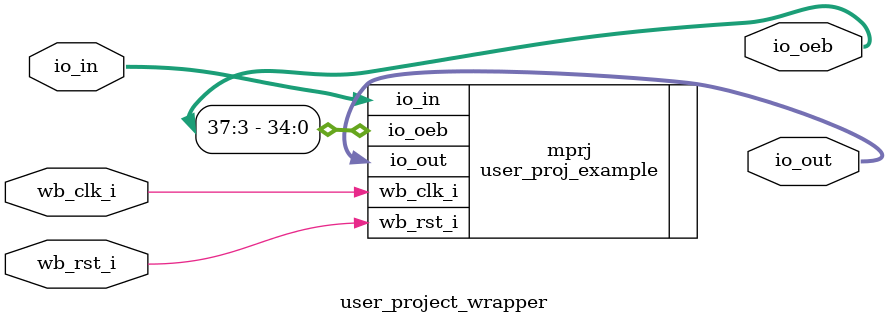
<source format=v>

`default_nettype none
/*
 *-------------------------------------------------------------
 *
 * user_project_wrapper
 *
 * This wrapper enumerates all of the pins available to the
 * user for the user project.
 *
 * An example user project is provided in this wrapper.  The
 * example should be removed and replaced with the actual
 * user project.
 *
 *-------------------------------------------------------------
 */

module user_project_wrapper #(
    parameter BITS = 32
) (
`ifdef USE_POWER_PINS
   // inout vdda1,	// User area 1 3.3V supply
    //inout vdda2,	// User area 2 3.3V supply
   // inout vssa1,	// User area 1 analog ground
   // inout vssa2,	// User area 2 analog ground
    inout vccd1,	// User area 1 1.8V supply
   // inout vccd2,	// User area 2 1.8v supply
    inout vssd1,	// User area 1 digital ground
   // inout vssd2,	// User area 2 digital ground
`endif

    // Wishbone Slave ports (WB MI A)
    input wb_clk_i,
    input wb_rst_i,
/*    input wbs_stb_i,
    input wbs_cyc_i,
    input wbs_we_i,
    input [3:0] wbs_sel_i,
    input [31:0] wbs_dat_i,
    input [31:0] wbs_adr_i,
    output wbs_ack_o,
    output [31:0] wbs_dat_o,

    // Logic Analyzer Signals
    input  [127:0] la_data_in,
    output [127:0] la_data_out,
    input  [127:0] la_oenb,
*/
    // IOs
    input  [37:7] io_in,
    output [6:3] io_out,
    output [37:0] io_oeb

    // Analog (direct connection to GPIO pad---use with caution)
    // Note that analog I/O is not available on the 7 lowest-numbered
    // GPIO pads, and so the analog_io indexing is offset from the
    // GPIO indexing by 7 (also upper 2 GPIOs do not have analog_io).
   // inout [`MPRJ_IO_PADS-10:0] analog_io,

    // Independent clock (on independent integer divider)
    //input   user_clock2,

    // User maskable interrupt signals
    //output [2:0] user_irq
);

/*--------------------------------------*/
/* User project is instantiated  here   */
/*--------------------------------------*/

user_proj_example mprj (
`ifdef USE_POWER_PINS
	.vccd1(vccd1),	// User area 1 1.8V power
	.vssd1(vssd1),	// User area 1 digital ground
`endif

    .wb_clk_i(wb_clk_i),
    .wb_rst_i(wb_rst_i),

    // MGMT SoC Wishbone Slave

 /*   .wbs_cyc_i(wbs_cyc_i),
    .wbs_stb_i(wbs_stb_i),
    .wbs_we_i(wbs_we_i),
    .wbs_sel_i(wbs_sel_i),
    .wbs_adr_i(wbs_adr_i),
    .wbs_dat_i(wbs_dat_i),
    .wbs_ack_o(wbs_ack_o),
    .wbs_dat_o(wbs_dat_o),

    // Logic Analyzer

    .la_data_in(la_data_in),
    .la_data_out(la_data_out),
    .la_oenb (la_oenb),
	*/
    // IO Pads

    .io_in ({io_in[37:7]}),
    .io_out({io_out[6:3]}),
    .io_oeb({io_oeb[37:3]})

    // IRQ
    //.irq(user_irq)
);

endmodule	// user_project_wrapper

`default_nettype wire

</source>
